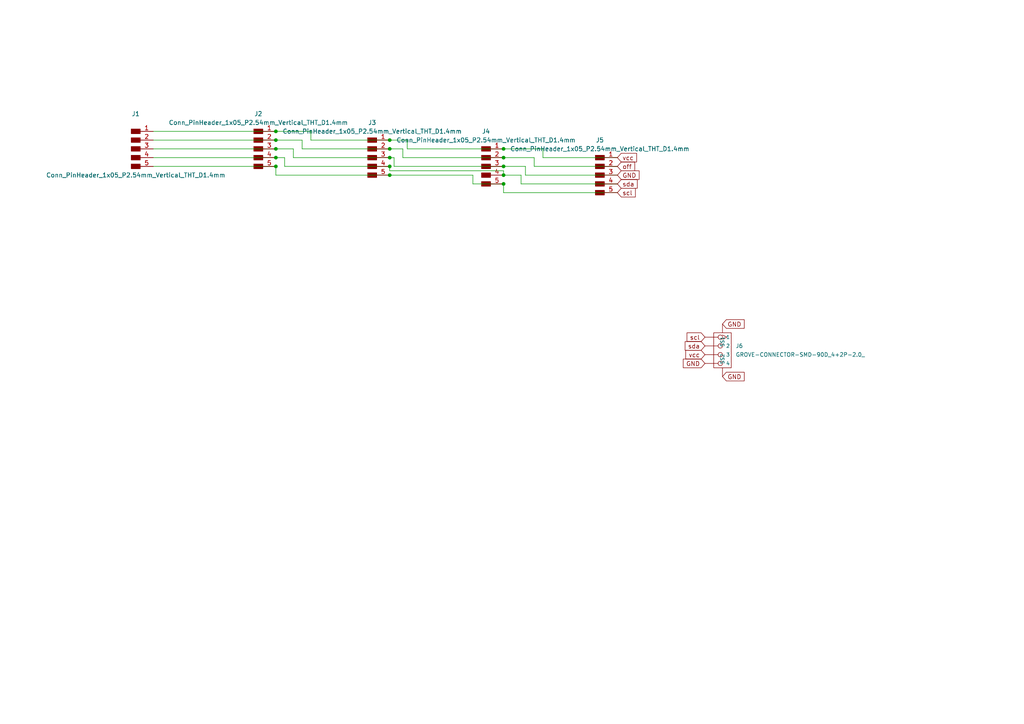
<source format=kicad_sch>
(kicad_sch (version 20230121) (generator eeschema)
  (paper "A4")
  (lib_symbols
    (symbol "OPL_Connector:GROVE-CONNECTOR-SMD-90D_4+2P-2.0_" (pin_numbers hide) (pin_names (offset 1.016))
      (property "Reference" "J" (at -7.62 6.35 0))
      (property "Value" "GROVE-CONNECTOR-SMD-90D_4+2P-2.0_" (at 1.27 6.35 0))
      (symbol "GROVE-CONNECTOR-SMD-90D_4+2P-2.0__1_0"
        (polyline (pts (xy -2.54 -5.08) (xy -2.54 5.08)))
        (polyline (pts (xy -2.54 5.08) (xy 2.54 5.08)))
        (polyline (pts (xy 2.54 -5.08) (xy -2.54 -5.08)))
        (polyline (pts (xy 2.54 5.08) (xy 2.54 -5.08)))
      )
      (symbol "GROVE-CONNECTOR-SMD-90D_4+2P-2.0__1_1"
        (pin bidirectional inverted_clock (at -5.08 3.81 0) (length 5.08) (name "1") (number "1"))
        (pin bidirectional inverted (at -5.08 1.27 0) (length 5.08) (name "2") (number "2"))
        (pin bidirectional inverted (at -5.08 -1.27 0) (length 5.08) (name "3") (number "3"))
        (pin bidirectional inverted (at -5.08 -3.81 0) (length 5.08) (name "4") (number "4"))
        (pin bidirectional line (at 0 7.62 270) (length 2.54) (name "SS1") (number "5"))
        (pin bidirectional line (at 0 -7.62 90) (length 2.54) (name "SS2") (number "6"))
      )
    )
    (symbol "fab:Conn_PinHeader_1x05_P2.54mm_Vertical_THT_D1.4mm" (pin_names hide)
      (property "Reference" "J" (at 0 7.62 0))
      (property "Value" "Conn_PinHeader_1x05_P2.54mm_Vertical_THT_D1.4mm" (at 0 -7.62 0))
      (symbol "Conn_PinHeader_1x05_P2.54mm_Vertical_THT_D1.4mm_1_1"
        (rectangle (start -1.27 -4.445) (end 1.27 -5.715) (stroke (width 0.254)) (fill (type outline)))
        (rectangle (start -1.27 -1.905) (end 1.27 -3.175) (stroke (width 0.254)) (fill (type outline)))
        (rectangle (start -1.27 0.635) (end 1.27 -0.635) (stroke (width 0.254)) (fill (type outline)))
        (rectangle (start -1.27 3.175) (end 1.27 1.905) (stroke (width 0.254)) (fill (type outline)))
        (rectangle (start -1.27 5.715) (end 1.27 4.445) (stroke (width 0.254)) (fill (type outline)))
        (pin passive line (at 5.08 5.08 180) (length 3.81) (name "Pin_1") (number "1"))
        (pin passive line (at 5.08 2.54 180) (length 3.81) (name "Pin_2") (number "2"))
        (pin passive line (at 5.08 0 180) (length 3.81) (name "Pin_3") (number "3"))
        (pin passive line (at 5.08 -2.54 180) (length 3.81) (name "Pin_4") (number "4"))
        (pin passive line (at 5.08 -5.08 180) (length 3.81) (name "Pin_5") (number "5"))
      )
    )
  )
  (junction (at 146.05 50.8))
  (junction (at 146.05 45.72))
  (junction (at 113.03 50.8))
  (junction (at 80.01 38.1))
  (junction (at 113.03 48.26))
  (junction (at 113.03 40.64))
  (junction (at 80.01 45.72))
  (junction (at 80.01 48.26))
  (junction (at 113.03 43.18))
  (junction (at 80.01 43.18))
  (junction (at 80.01 40.64))
  (junction (at 113.03 45.72))
  (junction (at 146.05 43.18))
  (junction (at 146.05 53.34))
  (junction (at 146.05 48.26))
  (wire (pts (xy 44.45 40.64) (xy 80.01 40.64)))
  (wire (pts (xy 85.09 43.18) (xy 85.09 45.72)))
  (wire (pts (xy 90.17 40.64) (xy 113.03 40.64)))
  (wire (pts (xy 80.01 45.72) (xy 82.55 45.72)))
  (wire (pts (xy 87.63 40.64) (xy 87.63 43.18)))
  (wire (pts (xy 154.94 48.26) (xy 179.07 48.26)))
  (wire (pts (xy 113.03 45.72) (xy 114.3 45.72)))
  (wire (pts (xy 113.03 43.18) (xy 116.84 43.18)))
  (wire (pts (xy 44.45 45.72) (xy 80.01 45.72)))
  (wire (pts (xy 44.45 43.18) (xy 80.01 43.18)))
  (wire (pts (xy 87.63 43.18) (xy 113.03 43.18)))
  (wire (pts (xy 157.48 45.72) (xy 179.07 45.72)))
  (wire (pts (xy 157.48 43.18) (xy 157.48 45.72)))
  (wire (pts (xy 137.16 53.34) (xy 146.05 53.34)))
  (wire (pts (xy 82.55 45.72) (xy 82.55 48.26)))
  (wire (pts (xy 118.11 43.18) (xy 146.05 43.18)))
  (wire (pts (xy 154.94 45.72) (xy 154.94 48.26)))
  (wire (pts (xy 146.05 48.26) (xy 152.4 48.26)))
  (wire (pts (xy 114.3 45.72) (xy 114.3 48.26)))
  (wire (pts (xy 80.01 50.8) (xy 113.03 50.8)))
  (wire (pts (xy 82.55 48.26) (xy 113.03 48.26)))
  (wire (pts (xy 114.3 48.26) (xy 146.05 48.26)))
  (wire (pts (xy 151.13 50.8) (xy 151.13 53.34)))
  (wire (pts (xy 146.05 43.18) (xy 157.48 43.18)))
  (wire (pts (xy 146.05 55.88) (xy 179.07 55.88)))
  (wire (pts (xy 85.09 45.72) (xy 113.03 45.72)))
  (wire (pts (xy 80.01 38.1) (xy 90.17 38.1)))
  (wire (pts (xy 151.13 53.34) (xy 179.07 53.34)))
  (wire (pts (xy 90.17 38.1) (xy 90.17 40.64)))
  (wire (pts (xy 80.01 40.64) (xy 87.63 40.64)))
  (wire (pts (xy 146.05 50.8) (xy 151.13 50.8)))
  (wire (pts (xy 152.4 50.8) (xy 179.07 50.8)))
  (wire (pts (xy 80.01 48.26) (xy 80.01 50.8)))
  (wire (pts (xy 113.03 40.64) (xy 118.11 40.64)))
  (wire (pts (xy 118.11 40.64) (xy 118.11 43.18)))
  (wire (pts (xy 113.03 49.53) (xy 146.05 49.53)))
  (wire (pts (xy 80.01 43.18) (xy 85.09 43.18)))
  (wire (pts (xy 44.45 48.26) (xy 80.01 48.26)))
  (wire (pts (xy 113.03 50.8) (xy 137.16 50.8)))
  (wire (pts (xy 152.4 48.26) (xy 152.4 50.8)))
  (wire (pts (xy 146.05 45.72) (xy 154.94 45.72)))
  (wire (pts (xy 44.45 38.1) (xy 80.01 38.1)))
  (wire (pts (xy 146.05 53.34) (xy 146.05 55.88)))
  (wire (pts (xy 116.84 45.72) (xy 146.05 45.72)))
  (wire (pts (xy 137.16 50.8) (xy 137.16 53.34)))
  (wire (pts (xy 113.03 48.26) (xy 113.03 49.53)))
  (wire (pts (xy 116.84 43.18) (xy 116.84 45.72)))
  (wire (pts (xy 146.05 49.53) (xy 146.05 50.8)))
  (global_label "vcc" (shape input) (at 179.07 45.72 0) (property "Intersheetrefs" "${INTERSHEET_REFS}" (effects hide)))
  (global_label "sda" (shape input) (at 179.07 53.34 0) (property "Intersheetrefs" "${INTERSHEET_REFS}" (effects hide)))
  (global_label "GND" (shape input) (at 179.07 50.8 0) (property "Intersheetrefs" "${INTERSHEET_REFS}" (effects hide)))
  (global_label "GND" (shape input) (at 204.47 105.41 180) (property "Intersheetrefs" "${INTERSHEET_REFS}" (effects hide)))
  (global_label "scl" (shape input) (at 179.07 55.88 0) (property "Intersheetrefs" "${INTERSHEET_REFS}" (effects hide)))
  (global_label "scl" (shape input) (at 204.47 97.79 180) (property "Intersheetrefs" "${INTERSHEET_REFS}" (effects hide)))
  (global_label "GND" (shape input) (at 209.55 109.22 0) (property "Intersheetrefs" "${INTERSHEET_REFS}" (effects hide)))
  (global_label "sda" (shape input) (at 204.47 100.33 180) (property "Intersheetrefs" "${INTERSHEET_REFS}" (effects hide)))
  (global_label "off" (shape input) (at 179.07 48.26 0) (property "Intersheetrefs" "${INTERSHEET_REFS}" (effects hide)))
  (global_label "vcc" (shape input) (at 204.47 102.87 180) (property "Intersheetrefs" "${INTERSHEET_REFS}" (effects hide)))
  (global_label "GND" (shape input) (at 209.55 93.98 0) (property "Intersheetrefs" "${INTERSHEET_REFS}" (effects hide)))
  (symbol (lib_id "fab:Conn_PinHeader_1x05_P2.54mm_Vertical_THT_D1.4mm") (at 107.95 45.72 0) (unit 1)
    (property "Reference" "J3" (at 107.95 35.56 0))
    (property "Value" "Conn_PinHeader_1x05_P2.54mm_Vertical_THT_D1.4mm" (at 107.95 38.1 0))
    (property "Footprint" "fab:PinHeader_1x05_P2.54mm_Vertical_THT_D1.4mm" (effects hide))
  )
  (symbol (lib_id "OPL_Connector:GROVE-CONNECTOR-SMD-90D_4+2P-2.0_") (at 209.55 101.6 0) (unit 1)
    (property "Reference" "J6" (at 213.36 100.33 0) (effects (font (size 1.143 1.143)) (justify left)))
    (property "Value" "GROVE-CONNECTOR-SMD-90D_4+2P-2.0_" (at 213.36 102.87 0) (effects (font (size 1.143 1.143)) (justify left)))
    (property "Footprint" "OPL_Connector:HW4-SMD-2.0-90D" (effects hide))
    (property "SKU" "320110032" (effects hide))
  )
  (symbol (lib_id "fab:Conn_PinHeader_1x05_P2.54mm_Vertical_THT_D1.4mm") (at 39.37 43.18 0) (unit 1)
    (property "Reference" "J1" (at 39.37 33.02 0))
    (property "Value" "Conn_PinHeader_1x05_P2.54mm_Vertical_THT_D1.4mm" (at 39.37 50.8 0))
    (property "Footprint" "fab:PinHeader_1x05_P2.54mm_Vertical_THT_D1.4mm" (effects hide))
  )
  (symbol (lib_id "fab:Conn_PinHeader_1x05_P2.54mm_Vertical_THT_D1.4mm") (at 140.97 48.26 0) (unit 1)
    (property "Reference" "J4" (at 140.97 38.1 0))
    (property "Value" "Conn_PinHeader_1x05_P2.54mm_Vertical_THT_D1.4mm" (at 140.97 40.64 0))
    (property "Footprint" "fab:PinHeader_1x05_P2.54mm_Vertical_THT_D1.4mm" (effects hide))
  )
  (symbol (lib_id "fab:Conn_PinHeader_1x05_P2.54mm_Vertical_THT_D1.4mm") (at 173.99 50.8 0) (unit 1)
    (property "Reference" "J5" (at 173.99 40.64 0))
    (property "Value" "Conn_PinHeader_1x05_P2.54mm_Vertical_THT_D1.4mm" (at 173.99 43.18 0))
    (property "Footprint" "fab:PinHeader_1x05_P2.54mm_Vertical_THT_D1.4mm" (effects hide))
  )
  (symbol (lib_id "fab:Conn_PinHeader_1x05_P2.54mm_Vertical_THT_D1.4mm") (at 74.93 43.18 0) (unit 1)
    (property "Reference" "J2" (at 74.93 33.02 0))
    (property "Value" "Conn_PinHeader_1x05_P2.54mm_Vertical_THT_D1.4mm" (at 74.93 35.56 0))
    (property "Footprint" "fab:PinHeader_1x05_P2.54mm_Vertical_THT_D1.4mm" (effects hide))
  )
)
</source>
